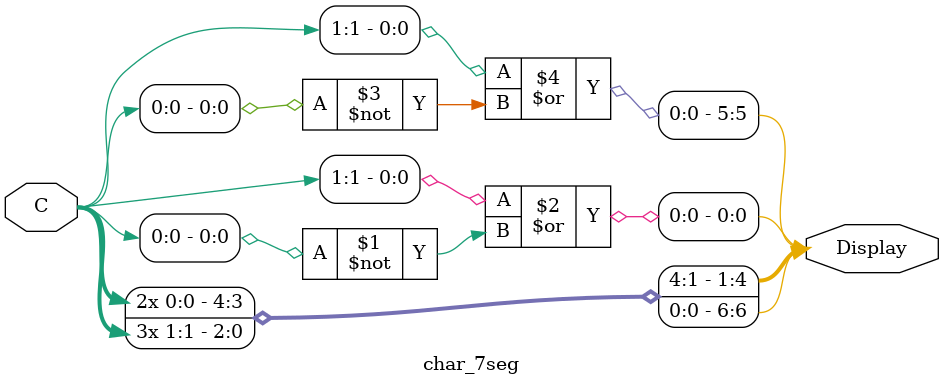
<source format=v>
module char_7seg (C, Display);
	input [1:0] C; // input code
	output [0:6] Display; // output 7-seg code
		
	assign Display[0] = (C[1] | ~C[0]);
	assign Display[1] = C[0];
	assign Display[2] = C[0];
	assign Display[3] = C[1];
	assign Display[4] = C[1];
	assign Display[5] = (C[1] | ~C[0]);
	assign Display[6] = C[1];
endmodule

</source>
